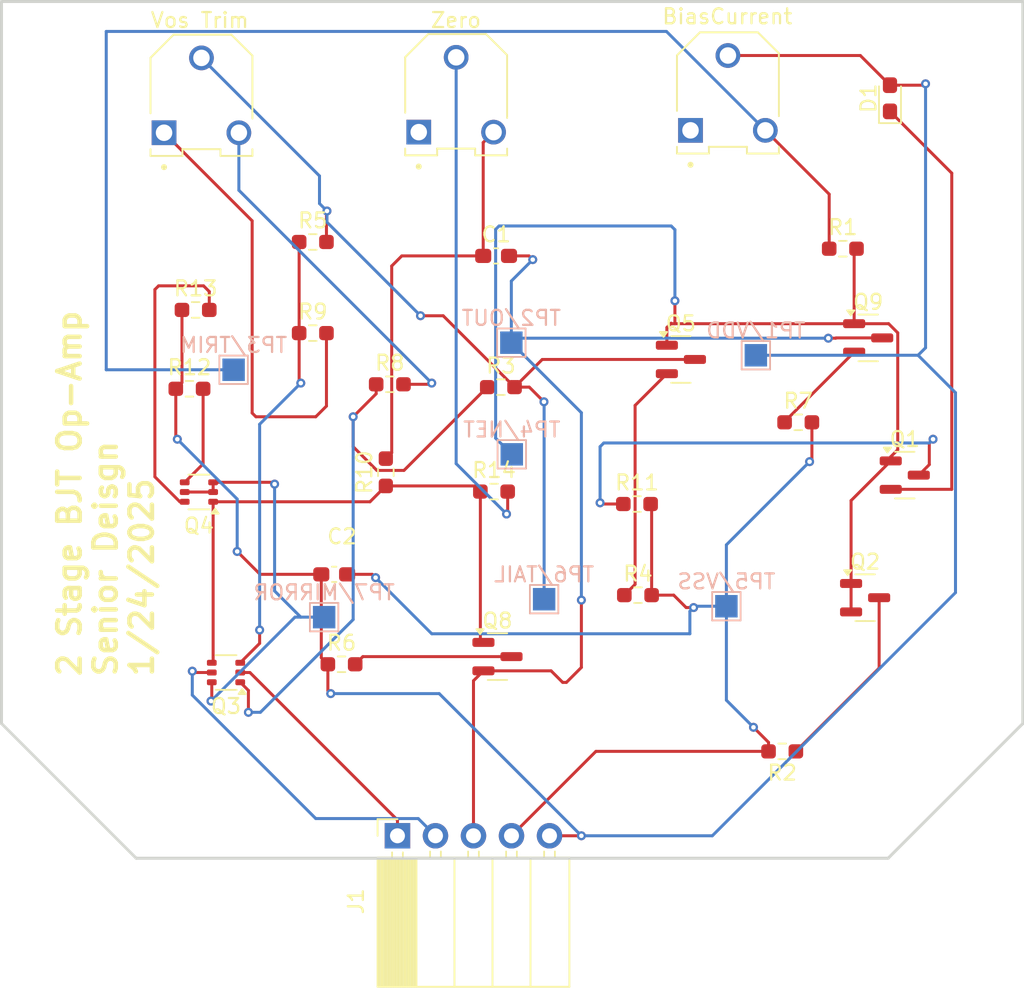
<source format=kicad_pcb>
(kicad_pcb (version 20240108) (generator "pcbnew") (generator_version "8.0")
  (layers (0 "F.Cu" signal) (31 "B.Cu" signal) (34 "B.Paste" user) (35 "F.Paste" user) (36 "B.SilkS" user "B.Silkscreen") (37 "F.SilkS" user "F.Silkscreen") (38 "B.Mask" user) (39 "F.Mask" user) (44 "Edge.Cuts" user))
  (net 0 "")
  (net 1 "OUT")
  (net 2 "Net-(C1-Pad1)")
  (net 3 "VDD")
  (net 4 "VSS")
  (net 5 "Net-(D1-K)")
  (net 6 "V+")
  (net 7 "V-")
  (net 8 "Net-(Q1-C)")
  (net 9 "Net-(Q1-B)")
  (net 10 "Net-(Q2-C)")
  (net 11 "/MIRROR")
  (net 12 "Net-(Q3B-C2)")
  (net 13 "Net-(Q3A-E1)")
  (net 14 "/DIFFERENCE")
  (net 15 "Net-(Q4B-E2)")
  (net 16 "Net-(Q4A-C1)")
  (net 17 "/TAIL")
  (net 18 "Net-(Q5-E)")
  (net 19 "Net-(Q8-C)")
  (net 20 "Net-(Q9-E)")
  (net 21 "/TRIM")
  (net 22 "Net-(R8-Pad2)")
  (net 23 "Net-(R9-Pad2)")
  (net 24 "Net-(R14-Pad2)")
  (footprint "Resistor_SMD:R_0603_1608Metric_Pad0.98x0.95mm_HandSolder" (layer "F.Cu") (at 458.8725 238.02)
    (property "Reference" "R3" (at 0 -1.43 0) (layer "F.SilkS"))
    (property "Value" "220")
    (pad "1" smd roundrect (at -0.9125 0) (size 0.975 0.95) (layers "F.Cu" "F.Paste" "F.Mask") (net 13 "Net-(Q3A-E1)"))
    (pad "2" smd roundrect (at 0.9125 0) (size 0.975 0.95) (layers "F.Cu" "F.Paste" "F.Mask") (net 17 "/TAIL"))
  )
  (footprint "Resistor_SMD:R_0603_1608Metric_Pad0.98x0.95mm_HandSolder" (layer "F.Cu") (at 477.67 262.36 180)
    (property "Reference" "R2" (at 0 -1.43 0) (layer "F.SilkS"))
    (property "Value" "10")
    (pad "1" smd roundrect (at -0.9125 0 180) (size 0.975 0.95) (layers "F.Cu" "F.Paste" "F.Mask") (net 10 "Net-(Q2-C)"))
    (pad "2" smd roundrect (at 0.9125 0 180) (size 0.975 0.95) (layers "F.Cu" "F.Paste" "F.Mask") (net 4 "VSS"))
  )
  (footprint "AAMU Senior Design 2024-25:TRIM_3306F-1-501" (layer "F.Cu") (at 474.0425 218.36 -90)
    (property "Reference" "BiasCurrent" (at -5.11 0.0425 180) (layer "F.SilkS"))
    (property "Value" "500 Ω")
    (pad "1" thru_hole rect (at 2.5 2.5 270) (size 1.65 1.65) (drill 1.1) (layers "*.Cu" "*.Mask"))
    (pad "2" thru_hole circle (at -2.5 0 270) (size 1.65 1.65) (drill 1.1) (layers "*.Cu" "*.Mask") (net 3 "VDD"))
    (pad "3" thru_hole circle (at 2.5 -2.5 270) (size 1.65 1.65) (drill 1.1) (layers "*.Cu" "*.Mask") (net 21 "/TRIM"))
  )
  (footprint "Package_TO_SOT_SMD:SOT-23" (layer "F.Cu") (at 458.6425 256.0275)
    (property "Reference" "Q8" (at 0 -2.4 0) (layer "F.SilkS"))
    (property "Value" "MMBT3906")
    (pad "1" smd roundrect (at -0.9375 -0.95) (size 1.475 0.6) (layers "F.Cu" "F.Paste" "F.Mask") (net 14 "/DIFFERENCE"))
    (pad "2" smd roundrect (at -0.9375 0.95) (size 1.475 0.6) (layers "F.Cu" "F.Paste" "F.Mask") (net 1 "OUT"))
    (pad "3" smd roundrect (at 0.9375 0) (size 1.475 0.6) (layers "F.Cu" "F.Paste" "F.Mask") (net 19 "Net-(Q8-C)"))
  )
  (footprint "Resistor_SMD:R_0603_1608Metric_Pad0.98x0.95mm_HandSolder" (layer "F.Cu") (at 481.7225 228.77)
    (property "Reference" "R1" (at 0 -1.43 0) (layer "F.SilkS"))
    (property "Value" "680 Ω")
    (pad "1" smd roundrect (at -0.9125 0) (size 0.975 0.95) (layers "F.Cu" "F.Paste" "F.Mask") (net 21 "/TRIM"))
    (pad "2" smd roundrect (at 0.9125 0) (size 0.975 0.95) (layers "F.Cu" "F.Paste" "F.Mask") (net 9 "Net-(Q1-B)"))
  )
  (footprint "Resistor_SMD:R_0603_1608Metric_Pad0.98x0.95mm_HandSolder" (layer "F.Cu") (at 458.4125 245)
    (property "Reference" "R14" (at 0 -1.43 0) (layer "F.SilkS"))
    (property "Value" "10")
    (pad "1" smd roundrect (at -0.9125 0) (size 0.975 0.95) (layers "F.Cu" "F.Paste" "F.Mask") (net 14 "/DIFFERENCE"))
    (pad "2" smd roundrect (at 0.9125 0) (size 0.975 0.95) (layers "F.Cu" "F.Paste" "F.Mask") (net 24 "Net-(R14-Pad2)"))
  )
  (footprint "Connector_PinSocket_2.54mm:PinSocket_1x05_P2.54mm_Horizontal" (layer "F.Cu") (at 451.96 268 90)
    (property "Reference" "J1" (at -4.38 -2.77 90) (layer "F.SilkS"))
    (property "Value" "Conn_01x05")
    (pad "1" thru_hole rect (at 0 0 90) (size 1.7 1.7) (drill 1) (layers "*.Cu" "*.Mask") (net 7 "V-"))
    (pad "2" thru_hole oval (at 0 2.54 90) (size 1.7 1.7) (drill 1) (layers "*.Cu" "*.Mask") (net 6 "V+"))
    (pad "3" thru_hole oval (at 0 5.08 90) (size 1.7 1.7) (drill 1) (layers "*.Cu" "*.Mask") (net 1 "OUT"))
    (pad "4" thru_hole oval (at 0 7.62 90) (size 1.7 1.7) (drill 1) (layers "*.Cu" "*.Mask") (net 4 "VSS"))
    (pad "5" thru_hole oval (at 0 10.16 90) (size 1.7 1.7) (drill 1) (layers "*.Cu" "*.Mask") (net 3 "VDD"))
  )
  (footprint "Resistor_SMD:R_0603_1608Metric_Pad0.98x0.95mm_HandSolder" (layer "F.Cu") (at 446.3025 234.41)
    (property "Reference" "R9" (at 0 -1.43 0) (layer "F.SilkS"))
    (property "Value" "100")
    (pad "1" smd roundrect (at -0.9125 0) (size 0.975 0.95) (layers "F.Cu" "F.Paste" "F.Mask") (net 12 "Net-(Q3B-C2)"))
    (pad "2" smd roundrect (at 0.9125 0) (size 0.975 0.95) (layers "F.Cu" "F.Paste" "F.Mask") (net 23 "Net-(R9-Pad2)"))
  )
  (footprint "Capacitor_SMD:C_0603_1608Metric_Pad1.08x0.95mm_HandSolder" (layer "F.Cu") (at 458.5525 229.25)
    (property "Reference" "C1" (at 0 -1.43 0) (layer "F.SilkS"))
    (property "Value" "0.001 uF")
    (pad "1" smd roundrect (at -0.8625 0) (size 1.075 0.95) (layers "F.Cu" "F.Paste" "F.Mask") (net 2 "Net-(C1-Pad1)"))
    (pad "2" smd roundrect (at 0.8625 0) (size 1.075 0.95) (layers "F.Cu" "F.Paste" "F.Mask") (net 1 "OUT"))
  )
  (footprint "Resistor_SMD:R_0603_1608Metric_Pad0.98x0.95mm_HandSolder" (layer "F.Cu") (at 451.1825 243.71 90)
    (property "Reference" "R10" (at 0 -1.43 90) (layer "F.SilkS"))
    (property "Value" "DNP")
    (pad "1" smd roundrect (at -0.9125 0 90) (size 0.975 0.95) (layers "F.Cu" "F.Paste" "F.Mask") (net 14 "/DIFFERENCE"))
    (pad "2" smd roundrect (at 0.9125 0 90) (size 0.975 0.95) (layers "F.Cu" "F.Paste" "F.Mask") (net 2 "Net-(C1-Pad1)"))
  )
  (footprint "Package_TO_SOT_SMD:SOT-363_SC-70-6" (layer "F.Cu") (at 438.6925 245.03 180)
    (property "Reference" "Q4" (at 0 -2.25 0) (layer "F.SilkS"))
    (property "Value" "MMDT3906")
    (pad "1" smd roundrect (at -0.95 -0.65 180) (size 0.65 0.4) (layers "F.Cu" "F.Paste" "F.Mask") (net 14 "/DIFFERENCE"))
    (pad "2" smd roundrect (at -0.95 0 180) (size 0.65 0.4) (layers "F.Cu" "F.Paste" "F.Mask") (net 11 "/MIRROR"))
    (pad "3" smd roundrect (at -0.95 0.65 180) (size 0.65 0.4) (layers "F.Cu" "F.Paste" "F.Mask") (net 11 "/MIRROR"))
    (pad "4" smd roundrect (at 0.95 0.65 180) (size 0.65 0.4) (layers "F.Cu" "F.Paste" "F.Mask") (net 15 "Net-(Q4B-E2)"))
    (pad "5" smd roundrect (at 0.95 0 180) (size 0.65 0.4) (layers "F.Cu" "F.Paste" "F.Mask") (net 11 "/MIRROR"))
    (pad "6" smd roundrect (at 0.95 -0.65 180) (size 0.65 0.4) (layers "F.Cu" "F.Paste" "F.Mask") (net 16 "Net-(Q4A-C1)"))
  )
  (footprint "Package_TO_SOT_SMD:SOT-23" (layer "F.Cu") (at 483.415 234.73)
    (property "Reference" "Q9" (at 0 -2.4 0) (layer "F.SilkS"))
    (property "Value" "MMBT3904")
    (pad "1" smd roundrect (at -0.9375 -0.95) (size 1.475 0.6) (layers "F.Cu" "F.Paste" "F.Mask") (net 9 "Net-(Q1-B)"))
    (pad "2" smd roundrect (at -0.9375 0.95) (size 1.475 0.6) (layers "F.Cu" "F.Paste" "F.Mask") (net 20 "Net-(Q9-E)"))
    (pad "3" smd roundrect (at 0.9375 0) (size 1.475 0.6) (layers "F.Cu" "F.Paste" "F.Mask") (net 1 "OUT"))
  )
  (footprint "Resistor_SMD:R_0603_1608Metric_Pad0.98x0.95mm_HandSolder" (layer "F.Cu") (at 446.3025 228.32)
    (property "Reference" "R5" (at 0 -1.43 0) (layer "F.SilkS"))
    (property "Value" "220")
    (pad "1" smd roundrect (at -0.9125 0) (size 0.975 0.95) (layers "F.Cu" "F.Paste" "F.Mask") (net 12 "Net-(Q3B-C2)"))
    (pad "2" smd roundrect (at 0.9125 0) (size 0.975 0.95) (layers "F.Cu" "F.Paste" "F.Mask") (net 17 "/TAIL"))
  )
  (footprint "Package_TO_SOT_SMD:SOT-23" (layer "F.Cu") (at 483.21 252.09)
    (property "Reference" "Q2" (at 0 -2.4 0) (layer "F.SilkS"))
    (property "Value" "MMBT3904")
    (pad "1" smd roundrect (at -0.9375 -0.95) (size 1.475 0.6) (layers "F.Cu" "F.Paste" "F.Mask") (net 9 "Net-(Q1-B)"))
    (pad "2" smd roundrect (at -0.9375 0.95) (size 1.475 0.6) (layers "F.Cu" "F.Paste" "F.Mask") (net 9 "Net-(Q1-B)"))
    (pad "3" smd roundrect (at 0.9375 0) (size 1.475 0.6) (layers "F.Cu" "F.Paste" "F.Mask") (net 10 "Net-(Q2-C)"))
  )
  (footprint "Resistor_SMD:R_0603_1608Metric_Pad0.98x0.95mm_HandSolder" (layer "F.Cu") (at 438.06 238.13)
    (property "Reference" "R12" (at 0 -1.43 0) (layer "F.SilkS"))
    (property "Value" "10")
    (pad "1" smd roundrect (at -0.9125 0) (size 0.975 0.95) (layers "F.Cu" "F.Paste" "F.Mask") (net 3 "VDD"))
    (pad "2" smd roundrect (at 0.9125 0) (size 0.975 0.95) (layers "F.Cu" "F.Paste" "F.Mask") (net 15 "Net-(Q4B-E2)"))
  )
  (footprint "Resistor_SMD:R_0603_1608Metric_Pad0.98x0.95mm_HandSolder" (layer "F.Cu") (at 448.2225 256.54)
    (property "Reference" "R6" (at 0 -1.43 0) (layer "F.SilkS"))
    (property "Value" "10")
    (pad "1" smd roundrect (at -0.9125 0) (size 0.975 0.95) (layers "F.Cu" "F.Paste" "F.Mask") (net 3 "VDD"))
    (pad "2" smd roundrect (at 0.9125 0) (size 0.975 0.95) (layers "F.Cu" "F.Paste" "F.Mask") (net 19 "Net-(Q8-C)"))
  )
  (footprint "Package_TO_SOT_SMD:SOT-23" (layer "F.Cu") (at 470.9 236.17)
    (property "Reference" "Q5" (at 0 -2.4 0) (layer "F.SilkS"))
    (property "Value" "MMBT3904")
    (pad "1" smd roundrect (at -0.9375 -0.95) (size 1.475 0.6) (layers "F.Cu" "F.Paste" "F.Mask") (net 9 "Net-(Q1-B)"))
    (pad "2" smd roundrect (at -0.9375 0.95) (size 1.475 0.6) (layers "F.Cu" "F.Paste" "F.Mask") (net 18 "Net-(Q5-E)"))
    (pad "3" smd roundrect (at 0.9375 0) (size 1.475 0.6) (layers "F.Cu" "F.Paste" "F.Mask") (net 17 "/TAIL"))
  )
  (footprint "Resistor_SMD:R_0603_1608Metric_Pad0.98x0.95mm_HandSolder" (layer "F.Cu") (at 468.0325 251.92)
    (property "Reference" "R4" (at 0 -1.43 0) (layer "F.SilkS"))
    (property "Value" "10")
    (pad "1" smd roundrect (at -0.9125 0) (size 0.975 0.95) (layers "F.Cu" "F.Paste" "F.Mask") (net 18 "Net-(Q5-E)"))
    (pad "2" smd roundrect (at 0.9125 0) (size 0.975 0.95) (layers "F.Cu" "F.Paste" "F.Mask") (net 4 "VSS"))
  )
  (footprint "Capacitor_SMD:C_0603_1608Metric_Pad1.08x0.95mm_HandSolder" (layer "F.Cu") (at 447.7325 250.53)
    (property "Reference" "C2" (at 0.5175 -2.53 0) (layer "F.SilkS"))
    (property "Value" "10 uF")
    (pad "1" smd roundrect (at -0.8625 0) (size 1.075 0.95) (layers "F.Cu" "F.Paste" "F.Mask") (net 3 "VDD"))
    (pad "2" smd roundrect (at 0.8625 0) (size 1.075 0.95) (layers "F.Cu" "F.Paste" "F.Mask") (net 4 "VSS"))
  )
  (footprint "Resistor_SMD:R_0603_1608Metric_Pad0.98x0.95mm_HandSolder" (layer "F.Cu") (at 438.4725 232.86)
    (property "Reference" "R13" (at 0 -1.43 0) (layer "F.SilkS"))
    (property "Value" "10")
    (pad "1" smd roundrect (at -0.9125 0) (size 0.975 0.95) (layers "F.Cu" "F.Paste" "F.Mask") (net 3 "VDD"))
    (pad "2" smd roundrect (at 0.9125 0) (size 0.975 0.95) (layers "F.Cu" "F.Paste" "F.Mask") (net 16 "Net-(Q4A-C1)"))
  )
  (footprint "Resistor_SMD:R_0603_1608Metric_Pad0.98x0.95mm_HandSolder" (layer "F.Cu") (at 478.7425 240.37)
    (property "Reference" "R7" (at 0 -1.43 0) (layer "F.SilkS"))
    (property "Value" "10")
    (pad "1" smd roundrect (at -0.9125 0) (size 0.975 0.95) (layers "F.Cu" "F.Paste" "F.Mask") (net 20 "Net-(Q9-E)"))
    (pad "2" smd roundrect (at 0.9125 0) (size 0.975 0.95) (layers "F.Cu" "F.Paste" "F.Mask") (net 4 "VSS"))
  )
  (footprint "Resistor_SMD:R_0603_1608Metric_Pad0.98x0.95mm_HandSolder" (layer "F.Cu") (at 451.45 237.83)
    (property "Reference" "R8" (at 0 -1.43 0) (layer "F.SilkS"))
    (property "Value" "100")
    (pad "1" smd roundrect (at -0.9125 0) (size 0.975 0.95) (layers "F.Cu" "F.Paste" "F.Mask") (net 13 "Net-(Q3A-E1)"))
    (pad "2" smd roundrect (at 0.9125 0) (size 0.975 0.95) (layers "F.Cu" "F.Paste" "F.Mask") (net 22 "Net-(R8-Pad2)"))
  )
  (footprint "AAMU Senior Design 2024-25:TRIM_3306F-1-501" (layer "F.Cu") (at 438.8625 218.52 -90)
    (property "Reference" "Vos Trim" (at -5.02 0.1125 180) (layer "F.SilkS"))
    (property "Value" "-500 Ω")
    (pad "1" thru_hole rect (at 2.5 2.5 270) (size 1.65 1.65) (drill 1.1) (layers "*.Cu" "*.Mask") (net 23 "Net-(R9-Pad2)"))
    (pad "2" thru_hole circle (at -2.5 0 270) (size 1.65 1.65) (drill 1.1) (layers "*.Cu" "*.Mask") (net 17 "/TAIL"))
    (pad "3" thru_hole circle (at 2.5 -2.5 270) (size 1.65 1.65) (drill 1.1) (layers "*.Cu" "*.Mask") (net 22 "Net-(R8-Pad2)"))
  )
  (footprint "AAMU Senior Design 2024-25:TRIM_3306F-1-501" (layer "F.Cu") (at 455.8825 218.48 -90)
    (property "Reference" "Zero " (at -4.98 -0.3675 180) (layer "F.SilkS"))
    (property "Value" "-500 Ω")
    (pad "1" thru_hole rect (at 2.5 2.5 270) (size 1.65 1.65) (drill 1.1) (layers "*.Cu" "*.Mask"))
    (pad "2" thru_hole circle (at -2.5 0 270) (size 1.65 1.65) (drill 1.1) (layers "*.Cu" "*.Mask") (net 24 "Net-(R14-Pad2)"))
    (pad "3" thru_hole circle (at 2.5 -2.5 270) (size 1.65 1.65) (drill 1.1) (layers "*.Cu" "*.Mask") (net 2 "Net-(C1-Pad1)"))
  )
  (footprint "Resistor_SMD:R_0603_1608Metric_Pad0.98x0.95mm_HandSolder" (layer "F.Cu") (at 467.965 245.83)
    (property "Reference" "R11" (at 0 -1.43 0) (layer "F.SilkS"))
    (property "Value" "10")
    (pad "1" smd roundrect (at -0.9125 0) (size 0.975 0.95) (layers "F.Cu" "F.Paste" "F.Mask") (net 8 "Net-(Q1-C)"))
    (pad "2" smd roundrect (at 0.9125 0) (size 0.975 0.95) (layers "F.Cu" "F.Paste" "F.Mask") (net 4 "VSS"))
  )
  (footprint "LED_SMD:LED_0603_1608Metric_Pad1.05x0.95mm_HandSolder" (layer "F.Cu") (at 484.8725 218.7175 90)
    (property "Reference" "D1" (at 0 -1.43 90) (layer "F.SilkS"))
    (property "Value" "LED")
    (pad "1" smd roundrect (at -0.875 0 90) (size 1.05 0.95) (layers "F.Cu" "F.Paste" "F.Mask") (net 5 "Net-(D1-K)"))
    (pad "2" smd roundrect (at 0.875 0 90) (size 1.05 0.95) (layers "F.Cu" "F.Paste" "F.Mask") (net 3 "VDD"))
  )
  (footprint "Package_TO_SOT_SMD:SOT-363_SC-70-6" (layer "F.Cu") (at 440.5025 257.09 180)
    (property "Reference" "Q3" (at 0 -2.25 0) (layer "F.SilkS"))
    (property "Value" "MMDT3904")
    (pad "1" smd roundrect (at -0.95 -0.65 180) (size 0.65 0.4) (layers "F.Cu" "F.Paste" "F.Mask") (net 13 "Net-(Q3A-E1)"))
    (pad "2" smd roundrect (at -0.95 0 180) (size 0.65 0.4) (layers "F.Cu" "F.Paste" "F.Mask") (net 7 "V-"))
    (pad "3" smd roundrect (at -0.95 0.65 180) (size 0.65 0.4) (layers "F.Cu" "F.Paste" "F.Mask") (net 12 "Net-(Q3B-C2)"))
    (pad "4" smd roundrect (at 0.95 0.65 180) (size 0.65 0.4) (layers "F.Cu" "F.Paste" "F.Mask") (net 14 "/DIFFERENCE"))
    (pad "5" smd roundrect (at 0.95 0 180) (size 0.65 0.4) (layers "F.Cu" "F.Paste" "F.Mask") (net 6 "V+"))
    (pad "6" smd roundrect (at 0.95 -0.65 180) (size 0.65 0.4) (layers "F.Cu" "F.Paste" "F.Mask") (net 11 "/MIRROR"))
  )
  (footprint "Package_TO_SOT_SMD:SOT-23" (layer "F.Cu") (at 485.86 243.9)
    (property "Reference" "Q1" (at 0 -2.4 0) (layer "F.SilkS"))
    (property "Value" "MMBT3904")
    (pad "1" smd roundrect (at -0.9375 -0.95) (size 1.475 0.6) (layers "F.Cu" "F.Paste" "F.Mask") (net 9 "Net-(Q1-B)"))
    (pad "2" smd roundrect (at -0.9375 0.95) (size 1.475 0.6) (layers "F.Cu" "F.Paste" "F.Mask") (net 5 "Net-(D1-K)"))
    (pad "3" smd roundrect (at 0.9375 0) (size 1.475 0.6) (layers "F.Cu" "F.Paste" "F.Mask") (net 8 "Net-(Q1-C)"))
  )
  (footprint "TestPoint:TestPoint_Pad_1.5x1.5mm" (layer "B.Cu") (at 459.57 235.05 180)
    (property "Reference" "TP2/OUT" (at 0 1.648 0) (layer "B.SilkS") (effects (justify mirror)))
    (property "Value" "TestPoint")
    (pad "1" smd rect (at 0 0 180) (size 1.5 1.5) (layers "B.Cu" "B.Mask") (net 1 "OUT"))
  )
  (footprint "TestPoint:TestPoint_Pad_1.5x1.5mm" (layer "B.Cu") (at 441.01 236.86 180)
    (property "Reference" "TP3/TRIM" (at 0 1.648 0) (layer "B.SilkS") (effects (justify mirror)))
    (property "Value" "TestPoint")
    (pad "1" smd rect (at 0 0 180) (size 1.5 1.5) (layers "B.Cu" "B.Mask") (net 21 "/TRIM"))
  )
  (footprint "TestPoint:TestPoint_Pad_1.5x1.5mm" (layer "B.Cu") (at 473.94 252.66 180)
    (property "Reference" "TP5/VSS" (at 0 1.648 0) (layer "B.SilkS") (effects (justify mirror)))
    (property "Value" "TestPoint")
    (pad "1" smd rect (at 0 0 180) (size 1.5 1.5) (layers "B.Cu" "B.Mask") (net 4 "VSS"))
  )
  (footprint "TestPoint:TestPoint_Pad_1.5x1.5mm" (layer "B.Cu") (at 447.06 253.39 180)
    (property "Reference" "TP7/MIRROR" (at 0 1.648 0) (layer "B.SilkS") (effects (justify mirror)))
    (property "Value" "TestPoint")
    (pad "1" smd rect (at 0 0 180) (size 1.5 1.5) (layers "B.Cu" "B.Mask") (net 11 "/MIRROR"))
  )
  (footprint "TestPoint:TestPoint_Pad_1.5x1.5mm" (layer "B.Cu") (at 475.91 235.89 180)
    (property "Reference" "TP1/VDD" (at 0 1.648 0) (layer "B.SilkS") (effects (justify mirror)))
    (property "Value" "TestPoint")
    (pad "1" smd rect (at 0 0 180) (size 1.5 1.5) (layers "B.Cu" "B.Mask") (net 3 "VDD"))
  )
  (footprint "TestPoint:TestPoint_Pad_1.5x1.5mm" (layer "B.Cu") (at 459.6 242.51 180)
    (property "Reference" "TP4/NET" (at 0 1.648 0) (layer "B.SilkS") (effects (justify mirror)))
    (property "Value" "TestPoint")
    (pad "1" smd rect (at 0 0 180) (size 1.5 1.5) (layers "B.Cu" "B.Mask") (net 9 "Net-(Q1-B)"))
  )
  (footprint "TestPoint:TestPoint_Pad_1.5x1.5mm" (layer "B.Cu") (at 461.76 252.19 180)
    (property "Reference" "TP6/TAIL" (at 0 1.648 0) (layer "B.SilkS") (effects (justify mirror)))
    (property "Value" "TestPoint")
    (pad "1" smd rect (at 0 0 180) (size 1.5 1.5) (layers "B.Cu" "B.Mask") (net 17 "/TAIL"))
  )
  (gr_line (start 493.75 260.5) (end 493.75 212.25) (stroke (width 0.2)) (layer "Edge.Cuts"))
  (gr_line (start 425.5 260.5) (end 425.5 212.25) (stroke (width 0.2)) (layer "Edge.Cuts"))
  (gr_line (start 434.5 269.5) (end 484.75 269.5) (stroke (width 0.2)) (layer "Edge.Cuts"))
  (gr_line (start 425.5 212.25) (end 493.75 212.25) (stroke (width 0.2)) (layer "Edge.Cuts"))
  (gr_line (start 484.75 269.5) (end 493.75 260.5) (stroke (width 0.2)) (layer "Edge.Cuts"))
  (gr_line (start 434.5 269.5) (end 425.5 260.5) (stroke (width 0.2)) (layer "Edge.Cuts"))
  (gr_text "2 Stage BJT Op-Amp\nSenior Deisgn\n1/24/2025\n" (at 435.75 257.5 90) (layer "F.SilkS") (effects (font (size 1.5 1.5) (thickness 0.3) (bold yes)) (justify left bottom)))
  (segment (start 480.75 234.75) (end 481.25 234.75) (width 0.2) (layer "F.Cu") (net 1))
  (segment (start 459.415 229.25) (end 460.75 229.25) (width 0.2) (layer "F.Cu") (net 1))
  (segment (start 462.2275 256.9775) (end 457.705 256.9775) (width 0.2) (layer "F.Cu") (net 1))
  (segment (start 460.75 229.25) (end 461 229.5) (width 0.2) (layer "F.Cu") (net 1))
  (segment (start 457.705 256.9775) (end 457.04 257.6425) (width 0.2) (layer "F.Cu") (net 1))
  (segment (start 481.27 234.73) (end 484.3525 234.73) (width 0.2) (layer "F.Cu") (net 1))
  (segment (start 463.25 257.75) (end 463 257.75) (width 0.2) (layer "F.Cu") (net 1))
  (segment (start 464.25 256.75) (end 463.25 257.75) (width 0.2) (layer "F.Cu") (net 1))
  (segment (start 457.04 257.6425) (end 457.04 268) (width 0.2) (layer "F.Cu") (net 1))
  (segment (start 481.25 234.75) (end 481.27 234.73) (width 0.2) (layer "F.Cu") (net 1))
  (segment (start 464.25 252.25) (end 464.25 256.75) (width 0.2) (layer "F.Cu") (net 1))
  (segment (start 463 257.75) (end 462.2275 256.9775) (width 0.2) (layer "F.Cu") (net 1))
  (via (at 464.25 252.25) (size 0.6) (drill 0.3) (layers "F.Cu" "B.Cu") (net 1))
  (via (at 480.75 234.75) (size 0.6) (drill 0.3) (layers "F.Cu" "B.Cu") (net 1))
  (via (at 461 229.5) (size 0.6) (drill 0.3) (layers "F.Cu" "B.Cu") (net 1))
  (segment (start 459.57 230.93) (end 459.57 235.05) (width 0.2) (layer "B.Cu") (net 1))
  (segment (start 459.87 234.75) (end 480.75 234.75) (width 0.2) (layer "B.Cu") (net 1))
  (segment (start 461 229.5) (end 459.57 230.93) (width 0.2) (layer "B.Cu") (net 1))
  (segment (start 464.25 239.73) (end 464.25 252.25) (width 0.2) (layer "B.Cu") (net 1))
  (segment (start 459.57 235.05) (end 459.87 234.75) (width 0.2) (layer "B.Cu") (net 1))
  (segment (start 459.57 235.05) (end 464.25 239.73) (width 0.2) (layer "B.Cu") (net 1))
  (segment (start 457.69 229.25) (end 457.69 221.6725) (width 0.2) (layer "F.Cu") (net 2))
  (segment (start 451.575 229.925) (end 452.25 229.25) (width 0.2) (layer "F.Cu") (net 2))
  (segment (start 451.1825 242.7975) (end 451.575 242.405) (width 0.2) (layer "F.Cu") (net 2))
  (segment (start 457.69 221.6725) (end 458.3825 220.98) (width 0.2) (layer "F.Cu") (net 2))
  (segment (start 451.575 242.405) (end 451.575 229.925) (width 0.2) (layer "F.Cu") (net 2))
  (segment (start 452.25 229.25) (end 457.69 229.25) (width 0.2) (layer "F.Cu") (net 2))
  (segment (start 482.89 215.86) (end 484.8725 217.8425) (width 0.2) (layer "F.Cu") (net 3))
  (segment (start 442.78 250.53) (end 446.87 250.53) (width 0.2) (layer "F.Cu") (net 3))
  (segment (start 441.25 249) (end 442.78 250.53) (width 0.2) (layer "F.Cu") (net 3))
  (segment (start 484.8725 217.8425) (end 487.1575 217.8425) (width 0.2) (layer "F.Cu") (net 3))
  (segment (start 446.87 256.1) (end 447.31 256.54) (width 0.2) (layer "F.Cu") (net 3))
  (segment (start 437.1475 238.13) (end 437.1475 241.3975) (width 0.2) (layer "F.Cu") (net 3))
  (segment (start 437.1475 241.3975) (end 437.25 241.5) (width 0.2) (layer "F.Cu") (net 3))
  (segment (start 462.12 268) (end 464.25 268) (width 0.2) (layer "F.Cu") (net 3))
  (segment (start 437.56 232.86) (end 437.56 237.7175) (width 0.2) (layer "F.Cu") (net 3))
  (segment (start 474.0425 215.86) (end 482.89 215.86) (width 0.2) (layer "F.Cu") (net 3))
  (segment (start 446.87 250.53) (end 446.87 256.1) (width 0.2) (layer "F.Cu") (net 3))
  (segment (start 437.56 237.7175) (end 437.1475 238.13) (width 0.2) (layer "F.Cu") (net 3))
  (segment (start 447.5 258.5) (end 447.31 258.31) (width 0.2) (layer "F.Cu") (net 3))
  (segment (start 487.1575 217.8425) (end 487.25 217.75) (width 0.2) (layer "F.Cu") (net 3))
  (segment (start 447.31 258.31) (end 447.31 256.54) (width 0.2) (layer "F.Cu") (net 3))
  (via (at 447.5 258.5) (size 0.6) (drill 0.3) (layers "F.Cu" "B.Cu") (net 3))
  (via (at 487.25 217.75) (size 0.6) (drill 0.3) (layers "F.Cu" "B.Cu") (net 3))
  (via (at 441.25 249) (size 0.6) (drill 0.3) (layers "F.Cu" "B.Cu") (net 3))
  (via (at 464.25 268) (size 0.6) (drill 0.3) (layers "F.Cu" "B.Cu") (net 3))
  (via (at 437.25 241.5) (size 0.6) (drill 0.3) (layers "F.Cu" "B.Cu") (net 3))
  (segment (start 473 268) (end 489.25 251.75) (width 0.2) (layer "B.Cu") (net 3))
  (segment (start 441.25 245.5) (end 441.25 249) (width 0.2) (layer "B.Cu") (net 3))
  (segment (start 464.25 268) (end 473 268) (width 0.2) (layer "B.Cu") (net 3))
  (segment (start 489.25 238.39) (end 486.75 235.89) (width 0.2) (layer "B.Cu") (net 3))
  (segment (start 487.25 217.75) (end 487.25 235.39) (width 0.2) (layer "B.Cu") (net 3))
  (segment (start 454.75 258.5) (end 447.5 258.5) (width 0.2) (layer "B.Cu") (net 3))
  (segment (start 486.75 235.89) (end 475.91 235.89) (width 0.2) (layer "B.Cu") (net 3))
  (segment (start 437.25 241.5) (end 441.25 245.5) (width 0.2) (layer "B.Cu") (net 3))
  (segment (start 487.25 235.39) (end 486.75 235.89) (width 0.2) (layer "B.Cu") (net 3))
  (segment (start 489.25 251.75) (end 489.25 238.39) (width 0.2) (layer "B.Cu") (net 3))
  (segment (start 464.25 268) (end 454.75 258.5) (width 0.2) (layer "B.Cu") (net 3))
  (segment (start 479.655 242.845) (end 479.655 240.37) (width 0.2) (layer "F.Cu") (net 4))
  (segment (start 450.28 250.53) (end 450.5 250.75) (width 0.2) (layer "F.Cu") (net 4))
  (segment (start 479.5 243) (end 479.655 242.845) (width 0.2) (layer "F.Cu") (net 4))
  (segment (start 471.75 252.75) (end 471.25 252.75) (width 0.2) (layer "F.Cu") (net 4))
  (segment (start 470.42 251.92) (end 468.945 251.92) (width 0.2) (layer "F.Cu") (net 4))
  (segment (start 468.945 245.8975) (end 468.8775 245.83) (width 0.2) (layer "F.Cu") (net 4))
  (segment (start 476.7575 261.7575) (end 476.7575 262.36) (width 0.2) (layer "F.Cu") (net 4))
  (segment (start 475.75 260.75) (end 476.7575 261.7575) (width 0.2) (layer "F.Cu") (net 4))
  (segment (start 468.945 251.92) (end 468.945 245.8975) (width 0.2) (layer "F.Cu") (net 4))
  (segment (start 448.595 250.53) (end 450.28 250.53) (width 0.2) (layer "F.Cu") (net 4))
  (segment (start 471.25 252.75) (end 470.42 251.92) (width 0.2) (layer "F.Cu") (net 4))
  (segment (start 465.22 262.36) (end 476.7575 262.36) (width 0.2) (layer "F.Cu") (net 4))
  (segment (start 459.58 268) (end 465.22 262.36) (width 0.2) (layer "F.Cu") (net 4))
  (via (at 450.5 250.75) (size 0.6) (drill 0.3) (layers "F.Cu" "B.Cu") (net 4))
  (via (at 471.75 252.75) (size 0.6) (drill 0.3) (layers "F.Cu" "B.Cu") (net 4))
  (via (at 479.5 243) (size 0.6) (drill 0.3) (layers "F.Cu" "B.Cu") (net 4))
  (via (at 475.75 260.75) (size 0.6) (drill 0.3) (layers "F.Cu" "B.Cu") (net 4))
  (segment (start 450.5 250.75) (end 454.25 254.5) (width 0.2) (layer "B.Cu") (net 4))
  (segment (start 473.94 252.66) (end 471.84 252.66) (width 0.2) (layer "B.Cu") (net 4))
  (segment (start 473.94 248.56) (end 479.5 243) (width 0.2) (layer "B.Cu") (net 4))
  (segment (start 454.25 254.5) (end 471.5 254.5) (width 0.2) (layer "B.Cu") (net 4))
  (segment (start 471.5 253) (end 471.75 252.75) (width 0.2) (layer "B.Cu") (net 4))
  (segment (start 473.94 252.66) (end 473.94 248.56) (width 0.2) (layer "B.Cu") (net 4))
  (segment (start 471.84 252.66) (end 471.75 252.75) (width 0.2) (layer "B.Cu") (net 4))
  (segment (start 473.94 252.66) (end 473.94 258.94) (width 0.2) (layer "B.Cu") (net 4))
  (segment (start 473.94 258.94) (end 475.75 260.75) (width 0.2) (layer "B.Cu") (net 4))
  (segment (start 471.5 254.5) (end 471.5 253) (width 0.2) (layer "B.Cu") (net 4))
  (segment (start 489 244.85) (end 489 223.72) (width 0.2) (layer "F.Cu") (net 5))
  (segment (start 484.9225 244.85) (end 489 244.85) (width 0.2) (layer "F.Cu") (net 5))
  (segment (start 489 223.72) (end 484.8725 219.5925) (width 0.2) (layer "F.Cu") (net 5))
  (segment (start 438.34 257.09) (end 438.25 257) (width 0.2) (layer "F.Cu") (net 6))
  (segment (start 439.5525 257.09) (end 438.34 257.09) (width 0.2) (layer "F.Cu") (net 6))
  (via (at 438.25 257) (size 0.6) (drill 0.3) (layers "F.Cu" "B.Cu") (net 6))
  (segment (start 438.25 257) (end 438.25 258.598529) (width 0.2) (layer "B.Cu") (net 6))
  (segment (start 438.25 258.598529) (end 446.501471 266.85) (width 0.2) (layer "B.Cu") (net 6))
  (segment (start 453.35 266.85) (end 454.5 268) (width 0.2) (layer "B.Cu") (net 6))
  (segment (start 446.501471 266.85) (end 453.35 266.85) (width 0.2) (layer "B.Cu") (net 6))
  (segment (start 451.96 268) (end 451.96 266.95) (width 0.2) (layer "F.Cu") (net 7))
  (segment (start 442.1 257.09) (end 441.4525 257.09) (width 0.2) (layer "F.Cu") (net 7))
  (segment (start 451.96 266.95) (end 442.1 257.09) (width 0.2) (layer "F.Cu") (net 7))
  (segment (start 487.5 241.75) (end 487.5 243.1975) (width 0.2) (layer "F.Cu") (net 8))
  (segment (start 465.58 245.83) (end 465.5 245.75) (width 0.2) (layer "F.Cu") (net 8))
  (segment (start 487.5 243.1975) (end 486.7975 243.9) (width 0.2) (layer "F.Cu") (net 8))
  (segment (start 467.0525 245.83) (end 465.58 245.83) (width 0.2) (layer "F.Cu") (net 8))
  (segment (start 487.75 241.5) (end 487.5 241.75) (width 0.2) (layer "F.Cu") (net 8))
  (via (at 465.5 245.75) (size 0.6) (drill 0.3) (layers "F.Cu" "B.Cu") (net 8))
  (via (at 487.75 241.5) (size 0.6) (drill 0.3) (layers "F.Cu" "B.Cu") (net 8))
  (segment (start 465.5 242) (end 465.75 241.75) (width 0.2) (layer "B.Cu") (net 8))
  (segment (start 487.5 241.75) (end 487.75 241.5) (width 0.2) (layer "B.Cu") (net 8))
  (segment (start 465.75 241.75) (end 487.5 241.75) (width 0.2) (layer "B.Cu") (net 8))
  (segment (start 465.5 245.75) (end 465.5 242) (width 0.2) (layer "B.Cu") (net 8))
  (segment (start 470.28 233.78) (end 470.5 233.78) (width 0.2) (layer "F.Cu") (net 9))
  (segment (start 469.9625 235.22) (end 469.9625 234.0375) (width 0.2) (layer "F.Cu") (net 9))
  (segment (start 482.4775 228.9275) (end 482.635 228.77) (width 0.2) (layer "F.Cu") (net 9))
  (segment (start 470.5 233.78) (end 482.4775 233.78) (width 0.2) (layer "F.Cu") (net 9))
  (segment (start 485.39 242.205) (end 485.39 234.389448) (width 0.2) (layer "F.Cu") (net 9))
  (segment (start 484.9225 242.6725) (end 485.39 242.205) (width 0.2) (layer "F.Cu") (net 9))
  (segment (start 484.9225 242.95) (end 484.9225 242.6725) (width 0.2) (layer "F.Cu") (net 9))
  (segment (start 470.25 233.75) (end 470.28 233.78) (width 0.2) (layer "F.Cu") (net 9))
  (segment (start 469.9625 234.0375) (end 470.25 233.75) (width 0.2) (layer "F.Cu") (net 9))
  (segment (start 482.2725 251.14) (end 482.2725 253.04) (width 0.2) (layer "F.Cu") (net 9))
  (segment (start 484.780552 233.78) (end 482.4775 233.78) (width 0.2) (layer "F.Cu") (net 9))
  (segment (start 482.2725 245.6) (end 482.2725 251.14) (width 0.2) (layer "F.Cu") (net 9))
  (segment (start 470.5 232.25) (end 470.5 233.78) (width 0.2) (layer "F.Cu") (net 9))
  (segment (start 485.39 234.389448) (end 484.780552 233.78) (width 0.2) (layer "F.Cu") (net 9))
  (segment (start 482.4775 233.78) (end 482.4775 228.9275) (width 0.2) (layer "F.Cu") (net 9))
  (segment (start 484.9225 242.95) (end 482.2725 245.6) (width 0.2) (layer "F.Cu") (net 9))
  (via (at 470.5 232.25) (size 0.6) (drill 0.3) (layers "F.Cu" "B.Cu") (net 9))
  (segment (start 470.25 227.25) (end 470.5 227.5) (width 0.2) (layer "B.Cu") (net 9))
  (segment (start 470.5 227.5) (end 470.5 232.25) (width 0.2) (layer "B.Cu") (net 9))
  (segment (start 458.52 241.43) (end 458.52 227.48) (width 0.2) (layer "B.Cu") (net 9))
  (segment (start 459.6 242.51) (end 458.52 241.43) (width 0.2) (layer "B.Cu") (net 9))
  (segment (start 458.75 227.25) (end 470.25 227.25) (width 0.2) (layer "B.Cu") (net 9))
  (segment (start 458.52 227.48) (end 458.75 227.25) (width 0.2) (layer "B.Cu") (net 9))
  (segment (start 484.1475 256.795) (end 484.1475 252.09) (width 0.2) (layer "F.Cu") (net 10))
  (segment (start 478.5825 262.36) (end 484.1475 256.795) (width 0.2) (layer "F.Cu") (net 10))
  (segment (start 439.6425 245.03) (end 439.6425 244.38) (width 0.2) (layer "F.Cu") (net 11))
  (segment (start 439.6425 244.38) (end 443.63 244.38) (width 0.2) (layer "F.Cu") (net 11))
  (segment (start 439.6425 245.03) (end 437.7425 245.03) (width 0.2) (layer "F.Cu") (net 11))
  (segment (start 443.63 244.38) (end 443.75 244.5) (width 0.2) (layer "F.Cu") (net 11))
  (segment (start 439.5525 257.74) (end 439.5525 258.9475) (width 0.2) (layer "F.Cu") (net 11))
  (segment (start 439.5525 258.9475) (end 439.5 259) (width 0.2) (layer "F.Cu") (net 11))
  (via (at 439.5 259) (size 0.6) (drill 0.3) (layers "F.Cu" "B.Cu") (net 11))
  (via (at 443.75 244.5) (size 0.6) (drill 0.3) (layers "F.Cu" "B.Cu") (net 11))
  (segment (start 445.5 253.39) (end 447.06 253.39) (width 0.2) (layer "B.Cu") (net 11))
  (segment (start 443.75 244.5) (end 443.75 251.64) (width 0.2) (layer "B.Cu") (net 11))
  (segment (start 439.5 259) (end 445.11 253.39) (width 0.2) (layer "B.Cu") (net 11))
  (segment (start 445.11 253.39) (end 445.5 253.39) (width 0.2) (layer "B.Cu") (net 11))
  (segment (start 443.75 251.64) (end 445.5 253.39) (width 0.2) (layer "B.Cu") (net 11))
  (segment (start 445.39 234.41) (end 445.39 228.32) (width 0.2) (layer "F.Cu") (net 12))
  (segment (start 441.4525 256.44) (end 442.75 255.1425) (width 0.2) (layer "F.Cu") (net 12))
  (segment (start 442.75 255.1425) (end 442.75 254.25) (width 0.2) (layer "F.Cu") (net 12))
  (segment (start 445.39 234.41) (end 445.39 237.64) (width 0.2) (layer "F.Cu") (net 12))
  (segment (start 445.39 237.64) (end 445.5 237.75) (width 0.2) (layer "F.Cu") (net 12))
  (via (at 445.5 237.75) (size 0.6) (drill 0.3) (layers "F.Cu" "B.Cu") (net 12))
  (via (at 442.75 254.25) (size 0.6) (drill 0.3) (layers "F.Cu" "B.Cu") (net 12))
  (segment (start 442.75 254.25) (end 442.75 240.5) (width 0.2) (layer "B.Cu") (net 12))
  (segment (start 442.75 240.5) (end 445.5 237.75) (width 0.2) (layer "B.Cu") (net 12))
  (segment (start 441.4525 257.74) (end 442 258.2875) (width 0.2) (layer "F.Cu") (net 13))
  (segment (start 452.395 243.585) (end 450.585 243.585) (width 0.2) (layer "F.Cu") (net 13))
  (segment (start 449 240) (end 450.5375 238.4625) (width 0.2) (layer "F.Cu") (net 13))
  (segment (start 450.5375 238.4625) (end 450.5375 237.83) (width 0.2) (layer "F.Cu") (net 13))
  (segment (start 442 258.2875) (end 442 259.75) (width 0.2) (layer "F.Cu") (net 13))
  (segment (start 449 242) (end 449 240) (width 0.2) (layer "F.Cu") (net 13))
  (segment (start 457.96 238.02) (end 452.395 243.585) (width 0.2) (layer "F.Cu") (net 13))
  (segment (start 450.585 243.585) (end 449 242) (width 0.2) (layer "F.Cu") (net 13))
  (via (at 449 240) (size 0.6) (drill 0.3) (layers "F.Cu" "B.Cu") (net 13))
  (via (at 442 259.75) (size 0.6) (drill 0.3) (layers "F.Cu" "B.Cu") (net 13))
  (segment (start 449 253.55) (end 449 240) (width 0.2) (layer "B.Cu") (net 13))
  (segment (start 442.8 259.75) (end 449 253.55) (width 0.2) (layer "B.Cu") (net 13))
  (segment (start 442 259.75) (end 442.8 259.75) (width 0.2) (layer "B.Cu") (net 13))
  (segment (start 457.5 254.8725) (end 457.705 255.0775) (width 0.2) (layer "F.Cu") (net 14))
  (segment (start 450.125 245.68) (end 451.1825 244.6225) (width 0.2) (layer "F.Cu") (net 14))
  (segment (start 439.6425 245.68) (end 450.125 245.68) (width 0.2) (layer "F.Cu") (net 14))
  (segment (start 457.1225 244.6225) (end 457.5 245) (width 0.2) (layer "F.Cu") (net 14))
  (segment (start 439.6425 245.68) (end 439.6425 256.35) (width 0.2) (layer "F.Cu") (net 14))
  (segment (start 451.1825 244.6225) (end 457.1225 244.6225) (width 0.2) (layer "F.Cu") (net 14))
  (segment (start 457.5 245) (end 457.5 254.8725) (width 0.2) (layer "F.Cu") (net 14))
  (segment (start 439.6425 256.35) (end 439.5525 256.44) (width 0.2) (layer "F.Cu") (net 14))
  (segment (start 438.9725 243.15) (end 438.9725 238.13) (width 0.2) (layer "F.Cu") (net 15))
  (segment (start 437.7425 244.38) (end 438.9725 243.15) (width 0.2) (layer "F.Cu") (net 15))
  (segment (start 439 231.25) (end 436 231.25) (width 0.2) (layer "F.Cu") (net 16))
  (segment (start 435.75 231.5) (end 435.75 244.012499) (width 0.2) (layer "F.Cu") (net 16))
  (segment (start 436 231.25) (end 435.75 231.5) (width 0.2) (layer "F.Cu") (net 16))
  (segment (start 439.385 231.635) (end 439 231.25) (width 0.2) (layer "F.Cu") (net 16))
  (segment (start 439.385 232.86) (end 439.385 231.635) (width 0.2) (layer "F.Cu") (net 16))
  (segment (start 437.417501 245.68) (end 437.7425 245.68) (width 0.2) (layer "F.Cu") (net 16))
  (segment (start 435.75 244.012499) (end 437.417501 245.68) (width 0.2) (layer "F.Cu") (net 16))
  (segment (start 461.635 236.17) (end 459.785 238.02) (width 0.2) (layer "F.Cu") (net 17))
  (segment (start 459.785 238.02) (end 455.015 233.25) (width 0.2) (layer "F.Cu") (net 17))
  (segment (start 471.8375 236.17) (end 461.635 236.17) (width 0.2) (layer "F.Cu") (net 17))
  (segment (start 447.215 228.32) (end 447.215 226.285) (width 0.2) (layer "F.Cu") (net 17))
  (segment (start 455.015 233.25) (end 453.5 233.25) (width 0.2) (layer "F.Cu") (net 17))
  (segment (start 461.75 239) (end 460.77 238.02) (width 0.2) (layer "F.Cu") (net 17))
  (segment (start 447.215 226.285) (end 447.25 226.25) (width 0.2) (layer "F.Cu") (net 17))
  (segment (start 460.77 238.02) (end 459.785 238.02) (width 0.2) (layer "F.Cu") (net 17))
  (via (at 461.75 239) (size 0.6) (drill 0.3) (layers "F.Cu" "B.Cu") (net 17))
  (via (at 453.5 233.25) (size 0.6) (drill 0.3) (layers "F.Cu" "B.Cu") (net 17))
  (via (at 447.25 226.25) (size 0.6) (drill 0.3) (layers "F.Cu" "B.Cu") (net 17))
  (segment (start 446.75 225.75) (end 446.75 223.9075) (width 0.2) (layer "B.Cu") (net 17))
  (segment (start 461.76 252.19) (end 461.76 239.01) (width 0.2) (layer "B.Cu") (net 17))
  (segment (start 446.75 223.9075) (end 438.8625 216.02) (width 0.2) (layer "B.Cu") (net 17))
  (segment (start 447.25 226.25) (end 446.75 225.75) (width 0.2) (layer "B.Cu") (net 17))
  (segment (start 453.5 233.25) (end 447.25 227) (width 0.2) (layer "B.Cu") (net 17))
  (segment (start 461.76 239.01) (end 461.75 239) (width 0.2) (layer "B.Cu") (net 17))
  (segment (start 447.25 227) (end 447.25 226.25) (width 0.2) (layer "B.Cu") (net 17))
  (segment (start 467.84 251.2) (end 467.12 251.92) (width 0.2) (layer "F.Cu") (net 18))
  (segment (start 467.84 239.2425) (end 467.84 251.2) (width 0.2) (layer "F.Cu") (net 18))
  (segment (start 469.9625 237.12) (end 467.84 239.2425) (width 0.2) (layer "F.Cu") (net 18))
  (segment (start 449.6475 256.0275) (end 459.58 256.0275) (width 0.2) (layer "F.Cu") (net 19))
  (segment (start 449.135 256.54) (end 449.6475 256.0275) (width 0.2) (layer "F.Cu") (net 19))
  (segment (start 477.83 240.3275) (end 477.83 240.37) (width 0.2) (layer "F.Cu") (net 20))
  (segment (start 482.4775 235.68) (end 477.83 240.3275) (width 0.2) (layer "F.Cu") (net 20))
  (segment (start 480.81 228.77) (end 480.81 225.1275) (width 0.2) (layer "F.Cu") (net 21))
  (segment (start 480.81 225.1275) (end 476.5425 220.86) (width 0.2) (layer "F.Cu") (net 21))
  (segment (start 441.01 236.86) (end 432.5 236.86) (width 0.2) (layer "B.Cu") (net 21))
  (segment (start 432.5 214.25) (end 469.9325 214.25) (width 0.2) (layer "B.Cu") (net 21))
  (segment (start 432.5 236.86) (end 432.5 214.25) (width 0.2) (layer "B.Cu") (net 21))
  (segment (start 469.9325 214.25) (end 476.5425 220.86) (width 0.2) (layer "B.Cu") (net 21))
  (segment (start 452.3625 237.83) (end 454.17 237.83) (width 0.2) (layer "F.Cu") (net 22))
  (segment (start 454.17 237.83) (end 454.25 237.75) (width 0.2) (layer "F.Cu") (net 22))
  (via (at 454.25 237.75) (size 0.6) (drill 0.3) (layers "F.Cu" "B.Cu") (net 22))
  (segment (start 454.25 237.75) (end 441.3625 224.8625) (width 0.2) (layer "B.Cu") (net 22))
  (segment (start 441.3625 224.8625) (end 441.3625 221.02) (width 0.2) (layer "B.Cu") (net 22))
  (segment (start 442.25 226.9075) (end 442.25 239.75) (width 0.2) (layer "F.Cu") (net 23))
  (segment (start 447.215 239.285) (end 447.215 234.41) (width 0.2) (layer "F.Cu") (net 23))
  (segment (start 442.25 239.75) (end 442.5 240) (width 0.2) (layer "F.Cu") (net 23))
  (segment (start 446.5 240) (end 447.215 239.285) (width 0.2) (layer "F.Cu") (net 23))
  (segment (start 436.3625 221.02) (end 442.25 226.9075) (width 0.2) (layer "F.Cu") (net 23))
  (segment (start 442.5 240) (end 446.5 240) (width 0.2) (layer "F.Cu") (net 23))
  (segment (start 459.325 246.425) (end 459.25 246.5) (width 0.2) (layer "F.Cu") (net 24))
  (segment (start 459.325 245) (end 459.325 246.425) (width 0.2) (layer "F.Cu") (net 24))
  (via (at 459.25 246.5) (size 0.6) (drill 0.3) (layers "F.Cu" "B.Cu") (net 24))
  (segment (start 459.25 246.5) (end 455.8825 243.1325) (width 0.2) (layer "B.Cu") (net 24))
  (segment (start 455.8825 243.1325) (end 455.8825 215.98) (width 0.2) (layer "B.Cu") (net 24))
)
</source>
